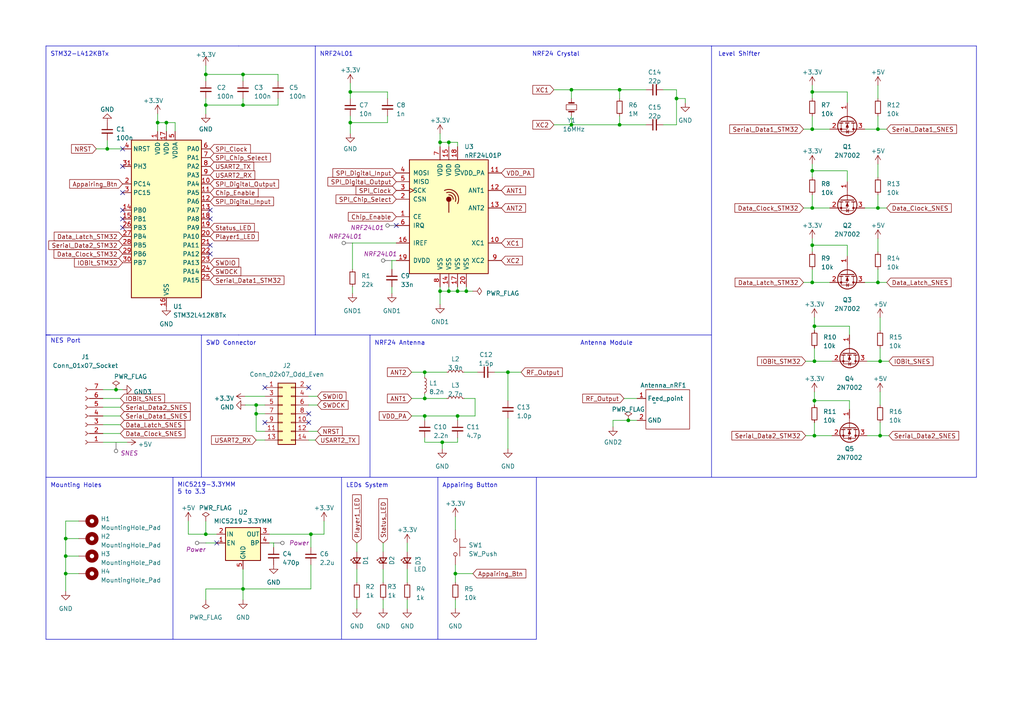
<source format=kicad_sch>
(kicad_sch (version 20230121) (generator eeschema)
  (paper "A4")
  (title_block (title "SNES Wireless Receiver (NRF24L01 Include)") (date "2023-04-17") (rev "2.0") (company "ENSEA"))
  (junction (at 165.735 26.035))
  (junction (at 236.22 126.365))
  (junction (at 19.05 166.37))
  (junction (at 33.655 113.03))
  (junction (at 130.175 84.455))
  (junction (at 130.175 41.275))
  (junction (at 147.32 107.95))
  (junction (at 236.22 104.775))
  (junction (at 127.635 84.455))
  (junction (at 254.635 60.325))
  (junction (at 127.635 41.275))
  (junction (at 235.585 81.915))
  (junction (at 59.69 21.59))
  (junction (at 70.485 170.815))
  (junction (at 236.22 116.205))
  (junction (at 90.17 154.94))
  (junction (at 179.705 36.195))
  (junction (at 123.19 115.57))
  (junction (at 59.69 154.94))
  (junction (at 45.72 35.56))
  (junction (at 235.585 71.12))
  (junction (at 255.27 126.365))
  (junction (at 123.19 120.65))
  (junction (at 70.485 30.48))
  (junction (at 196.215 28.575))
  (junction (at 19.05 161.29))
  (junction (at 235.585 60.325))
  (junction (at 254.635 81.915))
  (junction (at 254.635 37.465))
  (junction (at 132.08 166.37))
  (junction (at 70.485 21.59))
  (junction (at 59.69 30.48))
  (junction (at 74.295 120.015))
  (junction (at 182.245 121.92))
  (junction (at 101.6 35.56))
  (junction (at 74.295 117.475))
  (junction (at 19.05 156.21))
  (junction (at 135.255 84.455))
  (junction (at 179.705 26.035))
  (junction (at 132.715 84.455))
  (junction (at 123.19 107.95))
  (junction (at 235.585 49.53))
  (junction (at 132.715 120.65))
  (junction (at 235.585 37.465))
  (junction (at 255.27 104.775))
  (junction (at 235.585 26.67))
  (junction (at 236.22 94.615))
  (junction (at 165.735 36.195))
  (junction (at 31.115 43.18))
  (junction (at 101.6 26.67))
  (junction (at 128.27 128.27))
  (junction (at 48.26 35.56))
  (no_connect (at 35.56 55.88))
  (no_connect (at 89.535 120.015))
  (no_connect (at 76.835 122.555))
  (no_connect (at 89.535 112.395))
  (no_connect (at 60.96 71.12))
  (no_connect (at 35.56 66.04))
  (no_connect (at 62.865 157.48))
  (no_connect (at 35.56 48.26))
  (no_connect (at 35.56 63.5))
  (no_connect (at 114.935 65.405))
  (no_connect (at 76.835 112.395))
  (no_connect (at 60.96 60.96))
  (no_connect (at 89.535 122.555))
  (no_connect (at 35.56 60.96))
  (no_connect (at 60.96 63.5))
  (no_connect (at 60.96 73.66))
  (no_connect (at 35.56 43.18))
  (wire (pts (xy 101.6 35.56) (xy 101.6 33.655)))
  (wire (pts (xy 91.44 127.635) (xy 89.535 127.635)))
  (wire (pts (xy 255.27 104.775) (xy 255.27 100.965)))
  (polyline (pts (xy 283.21 138.43) (xy 206.375 138.43)))
  (polyline (pts (xy 127 185.42) (xy 155.575 185.42)))
  (wire (pts (xy 54.61 154.94) (xy 59.69 154.94)))
  (wire (pts (xy 92.075 117.475) (xy 89.535 117.475)))
  (wire (pts (xy 235.585 24.765) (xy 235.585 26.67)))
  (wire (pts (xy 198.755 28.575) (xy 198.755 29.845)))
  (wire (pts (xy 74.295 120.015) (xy 74.295 125.095)))
  (wire (pts (xy 29.845 113.03) (xy 33.655 113.03)))
  (wire (pts (xy 80.645 21.59) (xy 80.645 23.495)))
  (wire (pts (xy 70.485 21.59) (xy 80.645 21.59)))
  (wire (pts (xy 182.245 121.92) (xy 184.785 121.92)))
  (wire (pts (xy 196.215 36.195) (xy 196.215 28.575)))
  (polyline (pts (xy 58.42 138.43) (xy 107.315 138.43)))
  (wire (pts (xy 114.935 75.565) (xy 113.665 75.565)))
  (wire (pts (xy 128.27 128.27) (xy 132.715 128.27)))
  (wire (pts (xy 165.735 26.035) (xy 179.705 26.035)))
  (polyline (pts (xy 13.335 97.155) (xy 14.605 97.155)))
  (wire (pts (xy 235.585 78.105) (xy 235.585 81.915)))
  (wire (pts (xy 79.375 157.48) (xy 79.375 158.75)))
  (wire (pts (xy 103.505 165.1) (xy 103.505 168.91)))
  (wire (pts (xy 31.115 43.18) (xy 35.56 43.18)))
  (wire (pts (xy 70.485 30.48) (xy 80.645 30.48)))
  (polyline (pts (xy 99.06 138.43) (xy 99.06 185.42)))
  (wire (pts (xy 102.235 70.485) (xy 102.235 78.105)))
  (wire (pts (xy 29.845 123.19) (xy 34.925 123.19)))
  (wire (pts (xy 118.11 173.99) (xy 118.11 176.53)))
  (wire (pts (xy 235.585 60.325) (xy 240.665 60.325)))
  (wire (pts (xy 111.125 165.1) (xy 111.125 168.91)))
  (wire (pts (xy 128.27 128.27) (xy 128.27 130.175)))
  (wire (pts (xy 29.845 128.27) (xy 36.83 128.27)))
  (wire (pts (xy 71.12 114.935) (xy 76.835 114.935)))
  (wire (pts (xy 29.845 125.73) (xy 34.925 125.73)))
  (wire (pts (xy 130.175 84.455) (xy 130.175 83.185)))
  (wire (pts (xy 45.72 35.56) (xy 45.72 33.02)))
  (wire (pts (xy 236.22 104.775) (xy 241.3 104.775)))
  (wire (pts (xy 235.585 71.12) (xy 235.585 73.025)))
  (polyline (pts (xy 91.44 97.155) (xy 69.215 97.155)))
  (wire (pts (xy 50.8 38.1) (xy 50.8 35.56)))
  (wire (pts (xy 102.235 70.485) (xy 114.935 70.485)))
  (wire (pts (xy 74.295 120.015) (xy 76.835 120.015)))
  (wire (pts (xy 250.825 60.325) (xy 254.635 60.325)))
  (polyline (pts (xy 107.315 138.43) (xy 206.375 138.43)))
  (wire (pts (xy 255.27 104.775) (xy 257.81 104.775)))
  (wire (pts (xy 101.6 38.735) (xy 101.6 35.56)))
  (wire (pts (xy 236.22 94.615) (xy 246.38 94.615)))
  (wire (pts (xy 192.405 26.035) (xy 196.215 26.035)))
  (wire (pts (xy 132.715 42.545) (xy 132.715 41.275)))
  (wire (pts (xy 235.585 37.465) (xy 240.665 37.465)))
  (wire (pts (xy 90.17 163.83) (xy 90.17 170.815)))
  (wire (pts (xy 254.635 81.915) (xy 254.635 78.105)))
  (polyline (pts (xy 155.575 185.42) (xy 155.575 138.43)))
  (polyline (pts (xy 13.335 13.335) (xy 13.335 97.155)))
  (wire (pts (xy 59.69 154.94) (xy 62.865 154.94)))
  (wire (pts (xy 101.6 26.67) (xy 112.395 26.67)))
  (wire (pts (xy 92.075 125.095) (xy 89.535 125.095)))
  (wire (pts (xy 70.485 30.48) (xy 70.485 28.575)))
  (polyline (pts (xy 69.215 13.335) (xy 91.44 13.335)))
  (wire (pts (xy 74.295 127.635) (xy 76.835 127.635)))
  (wire (pts (xy 196.215 28.575) (xy 198.755 28.575)))
  (polyline (pts (xy 50.165 185.42) (xy 50.165 138.43)))
  (wire (pts (xy 137.795 120.65) (xy 137.795 115.57)))
  (polyline (pts (xy 127 185.42) (xy 127 138.43)))
  (wire (pts (xy 102.235 85.09) (xy 102.235 83.185)))
  (wire (pts (xy 245.745 29.845) (xy 245.745 26.67)))
  (wire (pts (xy 111.125 173.99) (xy 111.125 176.53)))
  (wire (pts (xy 123.19 114.3) (xy 123.19 115.57)))
  (wire (pts (xy 132.715 84.455) (xy 132.715 83.185)))
  (wire (pts (xy 59.69 21.59) (xy 70.485 21.59)))
  (polyline (pts (xy 206.375 13.335) (xy 206.375 138.43)))
  (wire (pts (xy 235.585 49.53) (xy 245.745 49.53)))
  (wire (pts (xy 235.585 69.215) (xy 235.585 71.12)))
  (wire (pts (xy 103.505 157.48) (xy 103.505 160.02)))
  (wire (pts (xy 92.075 114.935) (xy 89.535 114.935)))
  (wire (pts (xy 165.735 26.035) (xy 165.735 28.575)))
  (wire (pts (xy 255.27 92.075) (xy 255.27 95.885)))
  (wire (pts (xy 127.635 38.735) (xy 127.635 41.275)))
  (wire (pts (xy 235.585 71.12) (xy 245.745 71.12)))
  (wire (pts (xy 19.05 156.21) (xy 22.86 156.21)))
  (wire (pts (xy 255.27 113.665) (xy 255.27 117.475)))
  (wire (pts (xy 33.655 113.03) (xy 35.56 113.03)))
  (wire (pts (xy 165.735 36.195) (xy 179.705 36.195)))
  (wire (pts (xy 118.11 165.1) (xy 118.11 168.91)))
  (wire (pts (xy 180.975 115.57) (xy 184.785 115.57)))
  (wire (pts (xy 235.585 81.915) (xy 240.665 81.915)))
  (wire (pts (xy 74.295 125.095) (xy 76.835 125.095)))
  (wire (pts (xy 113.665 85.09) (xy 113.665 83.185)))
  (wire (pts (xy 111.125 157.48) (xy 111.125 160.02)))
  (wire (pts (xy 59.69 170.815) (xy 59.69 173.99)))
  (wire (pts (xy 127.635 42.545) (xy 127.635 41.275)))
  (wire (pts (xy 112.395 33.655) (xy 112.395 35.56)))
  (wire (pts (xy 254.635 24.765) (xy 254.635 28.575)))
  (wire (pts (xy 127.635 84.455) (xy 130.175 84.455)))
  (wire (pts (xy 254.635 37.465) (xy 257.175 37.465)))
  (wire (pts (xy 165.735 36.195) (xy 160.655 36.195)))
  (wire (pts (xy 251.46 126.365) (xy 255.27 126.365)))
  (wire (pts (xy 93.98 151.13) (xy 93.98 154.94)))
  (wire (pts (xy 236.22 94.615) (xy 236.22 95.885)))
  (wire (pts (xy 130.175 41.275) (xy 130.175 42.545)))
  (wire (pts (xy 254.635 81.915) (xy 257.175 81.915)))
  (wire (pts (xy 74.295 117.475) (xy 76.835 117.475)))
  (polyline (pts (xy 50.165 138.43) (xy 49.53 138.43)))
  (wire (pts (xy 254.635 37.465) (xy 254.635 33.655)))
  (wire (pts (xy 59.69 21.59) (xy 59.69 19.05)))
  (polyline (pts (xy 58.42 138.43) (xy 13.335 138.43)))
  (wire (pts (xy 103.505 173.99) (xy 103.505 176.53)))
  (wire (pts (xy 255.27 126.365) (xy 255.27 122.555)))
  (wire (pts (xy 147.32 107.95) (xy 147.32 116.205)))
  (wire (pts (xy 59.69 30.48) (xy 70.485 30.48)))
  (wire (pts (xy 236.22 116.205) (xy 246.38 116.205)))
  (wire (pts (xy 19.05 166.37) (xy 19.05 171.45)))
  (wire (pts (xy 123.19 120.65) (xy 132.715 120.65)))
  (wire (pts (xy 177.8 121.92) (xy 182.245 121.92)))
  (wire (pts (xy 29.845 118.11) (xy 34.925 118.11)))
  (wire (pts (xy 118.11 157.48) (xy 118.11 160.02)))
  (wire (pts (xy 236.22 113.665) (xy 236.22 116.205)))
  (wire (pts (xy 123.19 121.92) (xy 123.19 120.65)))
  (wire (pts (xy 135.255 84.455) (xy 135.255 83.185)))
  (wire (pts (xy 250.825 37.465) (xy 254.635 37.465)))
  (wire (pts (xy 132.715 41.275) (xy 130.175 41.275)))
  (wire (pts (xy 127.635 41.275) (xy 130.175 41.275)))
  (polyline (pts (xy 91.44 13.335) (xy 206.375 13.335)))
  (wire (pts (xy 236.22 92.075) (xy 236.22 94.615)))
  (wire (pts (xy 19.05 151.13) (xy 19.05 156.21)))
  (polyline (pts (xy 13.335 185.42) (xy 50.165 185.42)))
  (wire (pts (xy 19.05 161.29) (xy 19.05 166.37)))
  (wire (pts (xy 19.05 166.37) (xy 22.86 166.37)))
  (wire (pts (xy 134.62 107.95) (xy 138.43 107.95)))
  (wire (pts (xy 130.175 84.455) (xy 132.715 84.455)))
  (wire (pts (xy 254.635 60.325) (xy 257.175 60.325)))
  (polyline (pts (xy 58.42 97.155) (xy 58.42 138.43)))
  (wire (pts (xy 70.485 170.815) (xy 70.485 173.99)))
  (wire (pts (xy 132.08 173.99) (xy 132.08 176.53)))
  (wire (pts (xy 48.26 38.1) (xy 48.26 35.56)))
  (polyline (pts (xy 91.44 97.155) (xy 206.375 97.155)))
  (polyline (pts (xy 107.315 138.43) (xy 107.315 97.155)))
  (wire (pts (xy 235.585 33.655) (xy 235.585 37.465)))
  (wire (pts (xy 59.69 33.02) (xy 59.69 30.48)))
  (wire (pts (xy 70.485 165.1) (xy 70.485 170.815)))
  (wire (pts (xy 147.32 121.285) (xy 147.32 130.175)))
  (wire (pts (xy 132.715 120.65) (xy 137.795 120.65)))
  (wire (pts (xy 59.69 30.48) (xy 59.69 28.575)))
  (wire (pts (xy 177.8 121.92) (xy 177.8 123.825)))
  (wire (pts (xy 147.32 107.95) (xy 151.13 107.95)))
  (wire (pts (xy 246.38 118.745) (xy 246.38 116.205)))
  (wire (pts (xy 254.635 60.325) (xy 254.635 56.515)))
  (polyline (pts (xy 13.335 138.43) (xy 13.335 185.42)))
  (wire (pts (xy 59.69 157.48) (xy 62.865 157.48)))
  (polyline (pts (xy 133.35 226.695) (xy 230.505 226.695)))
  (wire (pts (xy 196.215 36.195) (xy 192.405 36.195)))
  (wire (pts (xy 233.045 60.325) (xy 235.585 60.325)))
  (wire (pts (xy 235.585 56.515) (xy 235.585 60.325)))
  (wire (pts (xy 119.38 115.57) (xy 123.19 115.57)))
  (wire (pts (xy 196.215 26.035) (xy 196.215 28.575)))
  (wire (pts (xy 137.16 84.455) (xy 135.255 84.455)))
  (wire (pts (xy 101.6 35.56) (xy 112.395 35.56)))
  (wire (pts (xy 127.635 84.455) (xy 127.635 88.265)))
  (polyline (pts (xy 283.21 13.335) (xy 283.21 138.43)))
  (wire (pts (xy 123.19 107.95) (xy 129.54 107.95)))
  (wire (pts (xy 54.61 151.13) (xy 54.61 154.94)))
  (wire (pts (xy 70.485 21.59) (xy 70.485 23.495)))
  (wire (pts (xy 233.68 104.775) (xy 236.22 104.775)))
  (wire (pts (xy 123.19 109.22) (xy 123.19 107.95)))
  (wire (pts (xy 22.86 151.13) (xy 19.05 151.13)))
  (wire (pts (xy 31.115 40.64) (xy 31.115 43.18)))
  (wire (pts (xy 127.635 83.185) (xy 127.635 84.455)))
  (wire (pts (xy 119.38 107.95) (xy 123.19 107.95)))
  (wire (pts (xy 70.485 170.815) (xy 90.17 170.815)))
  (wire (pts (xy 235.585 26.67) (xy 235.585 28.575)))
  (wire (pts (xy 74.295 117.475) (xy 74.295 120.015)))
  (wire (pts (xy 236.22 116.205) (xy 236.22 117.475)))
  (wire (pts (xy 132.08 166.37) (xy 132.08 168.91)))
  (wire (pts (xy 71.12 117.475) (xy 74.295 117.475)))
  (wire (pts (xy 101.6 28.575) (xy 101.6 26.67)))
  (wire (pts (xy 137.795 115.57) (xy 134.62 115.57)))
  (wire (pts (xy 255.27 126.365) (xy 257.81 126.365)))
  (wire (pts (xy 132.08 163.83) (xy 132.08 166.37)))
  (wire (pts (xy 113.665 75.565) (xy 113.665 78.105)))
  (polyline (pts (xy 206.375 13.335) (xy 283.21 13.335)))
  (wire (pts (xy 19.05 156.21) (xy 19.05 161.29)))
  (wire (pts (xy 59.69 21.59) (xy 59.69 23.495)))
  (wire (pts (xy 80.645 30.48) (xy 80.645 28.575)))
  (wire (pts (xy 236.22 122.555) (xy 236.22 126.365)))
  (wire (pts (xy 78.105 157.48) (xy 79.375 157.48)))
  (wire (pts (xy 235.585 26.67) (xy 245.745 26.67)))
  (polyline (pts (xy 50.165 185.42) (xy 99.06 185.42)))
  (wire (pts (xy 143.51 107.95) (xy 147.32 107.95)))
  (wire (pts (xy 245.745 52.705) (xy 245.745 49.53)))
  (wire (pts (xy 50.8 35.56) (xy 48.26 35.56)))
  (wire (pts (xy 78.105 154.94) (xy 90.17 154.94)))
  (wire (pts (xy 236.22 100.965) (xy 236.22 104.775)))
  (wire (pts (xy 59.69 151.13) (xy 59.69 154.94)))
  (wire (pts (xy 119.38 120.65) (xy 123.19 120.65)))
  (polyline (pts (xy 13.335 13.335) (xy 69.215 13.335)))
  (wire (pts (xy 45.72 35.56) (xy 45.72 38.1)))
  (wire (pts (xy 128.27 128.27) (xy 123.19 128.27)))
  (wire (pts (xy 93.98 154.94) (xy 90.17 154.94)))
  (wire (pts (xy 29.845 115.57) (xy 34.925 115.57)))
  (wire (pts (xy 236.22 126.365) (xy 241.3 126.365)))
  (wire (pts (xy 59.69 170.815) (xy 70.485 170.815)))
  (polyline (pts (xy 69.215 97.155) (xy 13.335 97.155)))
  (wire (pts (xy 132.715 121.92) (xy 132.715 120.65)))
  (wire (pts (xy 245.745 74.295) (xy 245.745 71.12)))
  (wire (pts (xy 19.05 161.29) (xy 22.86 161.29)))
  (wire (pts (xy 251.46 104.775) (xy 255.27 104.775)))
  (wire (pts (xy 179.705 26.035) (xy 179.705 28.575)))
  (polyline (pts (xy 13.335 138.43) (xy 13.335 97.155)))
  (wire (pts (xy 90.17 158.75) (xy 90.17 154.94)))
  (wire (pts (xy 129.54 115.57) (xy 123.19 115.57)))
  (wire (pts (xy 254.635 69.215) (xy 254.635 73.025)))
  (wire (pts (xy 250.825 81.915) (xy 254.635 81.915)))
  (wire (pts (xy 132.715 84.455) (xy 135.255 84.455)))
  (wire (pts (xy 179.705 36.195) (xy 187.325 36.195)))
  (wire (pts (xy 165.735 33.655) (xy 165.735 36.195)))
  (wire (pts (xy 179.705 36.195) (xy 179.705 33.655)))
  (polyline (pts (xy 99.06 185.42) (xy 127 185.42)))
  (wire (pts (xy 246.38 97.155) (xy 246.38 94.615)))
  (wire (pts (xy 233.045 37.465) (xy 235.585 37.465)))
  (wire (pts (xy 27.94 43.18) (xy 31.115 43.18)))
  (wire (pts (xy 123.19 128.27) (xy 123.19 127)))
  (wire (pts (xy 132.715 127) (xy 132.715 128.27)))
  (wire (pts (xy 29.845 120.65) (xy 34.925 120.65)))
  (wire (pts (xy 179.705 26.035) (xy 187.325 26.035)))
  (wire (pts (xy 254.635 47.625) (xy 254.635 51.435)))
  (wire (pts (xy 132.08 166.37) (xy 137.16 166.37)))
  (wire (pts (xy 101.6 24.13) (xy 101.6 26.67)))
  (wire (pts (xy 48.26 35.56) (xy 45.72 35.56)))
  (wire (pts (xy 160.655 26.035) (xy 165.735 26.035)))
  (wire (pts (xy 132.08 149.86) (xy 132.08 153.67)))
  (wire (pts (xy 235.585 49.53) (xy 235.585 51.435)))
  (wire (pts (xy 233.68 126.365) (xy 236.22 126.365)))
  (wire (pts (xy 235.585 47.625) (xy 235.585 49.53)))
  (wire (pts (xy 112.395 26.67) (xy 112.395 28.575)))
  (wire (pts (xy 233.045 81.915) (xy 235.585 81.915)))
  (polyline (pts (xy 91.44 13.335) (xy 91.44 97.155)))
  (text "Mounting Holes\n" (at 14.605 141.605 0) (effects (font (size 1.27 1.27)) (justify left bottom)))
  (text "NRF24 Antenna\n" (at 108.585 100.33 0) (effects (font (size 1.27 1.27)) (justify left bottom)))
  (text "Antenna Module\n" (at 168.275 100.33 0) (effects (font (size 1.27 1.27)) (justify left bottom)))
  (text "SWD Connector" (at 59.69 100.33 0) (effects (font (size 1.27 1.27)) (justify left bottom)))
  (text "NES Port\n" (at 14.605 99.695 0) (effects (font (size 1.27 1.27)) (justify left bottom)))
  (text "Appairing Button\n" (at 128.27 141.605 0) (effects (font (size 1.27 1.27)) (justify left bottom)))
  (text "LEDs System" (at 100.33 141.605 0) (effects (font (size 1.27 1.27)) (justify left bottom)))
  (text "STM32-L412KBTx\n" (at 14.605 16.51 0) (effects (font (size 1.27 1.27)) (justify left bottom)))
  (text "MIC5219-3.3YMM\n5 to 3.3\n" (at 51.435 143.51 0) (effects (font (size 1.27 1.27)) (justify left bottom)))
  (text "NRF24L01\n" (at 92.71 16.51 0) (effects (font (size 1.27 1.27)) (justify left bottom)))
  (text "NRF24 Crystal\n" (at 154.305 16.51 0) (effects (font (size 1.27 1.27)) (justify left bottom)))
  (text "Level Shifter\n" (at 208.28 16.51 0) (effects (font (size 1.27 1.27)) (justify left bottom)))
  (global_label "IOBit_SNES" (shape input) (at 34.925 115.57 0) (property "Intersheetrefs" "${INTERSHEET_REFS}" (effects hide)))
  (global_label "Appairing_Btn" (shape input) (at 35.56 53.34 180) (property "Intersheetrefs" "${INTERSHEET_REFS}" (effects hide)))
  (global_label "Chip_Enable" (shape input) (at 114.935 62.865 180) (property "Intersheetrefs" "${INTERSHEET_REFS}" (effects hide)))
  (global_label "SPI_Chip_Select" (shape input) (at 114.935 57.785 180) (property "Intersheetrefs" "${INTERSHEET_REFS}" (effects hide)))
  (global_label "ANT2" (shape input) (at 119.38 107.95 180) (property "Intersheetrefs" "${INTERSHEET_REFS}" (effects hide)))
  (global_label "Status_LED" (shape input) (at 60.96 66.04 0) (property "Intersheetrefs" "${INTERSHEET_REFS}" (effects hide)))
  (global_label "SPI_Digital_Input" (shape input) (at 60.96 58.42 0) (property "Intersheetrefs" "${INTERSHEET_REFS}" (effects hide)))
  (global_label "Serial_Data2_SNES" (shape input) (at 257.81 126.365 0) (property "Intersheetrefs" "${INTERSHEET_REFS}" (effects hide)))
  (global_label "Serial_Data1_STM32" (shape input) (at 233.045 37.465 180) (property "Intersheetrefs" "${INTERSHEET_REFS}" (effects hide)))
  (global_label "NRST" (shape input) (at 27.94 43.18 180) (property "Intersheetrefs" "${INTERSHEET_REFS}" (effects hide)))
  (global_label "XC1" (shape input) (at 160.655 26.035 180) (property "Intersheetrefs" "${INTERSHEET_REFS}" (effects hide)))
  (global_label "Player1_LED" (shape input) (at 60.96 68.58 0) (property "Intersheetrefs" "${INTERSHEET_REFS}" (effects hide)))
  (global_label "Data_Latch_SNES" (shape input) (at 34.925 123.19 0) (property "Intersheetrefs" "${INTERSHEET_REFS}" (effects hide)))
  (global_label "USART2_RX" (shape input) (at 60.96 50.8 0) (property "Intersheetrefs" "${INTERSHEET_REFS}" (effects hide)))
  (global_label "USART2_RX" (shape input) (at 74.295 127.635 180) (property "Intersheetrefs" "${INTERSHEET_REFS}" (effects hide)))
  (global_label "ANT1" (shape input) (at 119.38 115.57 180) (property "Intersheetrefs" "${INTERSHEET_REFS}" (effects hide)))
  (global_label "SPI_Clock" (shape input) (at 60.96 43.18 0) (property "Intersheetrefs" "${INTERSHEET_REFS}" (effects hide)))
  (global_label "SWDIO" (shape input) (at 60.96 76.2 0) (property "Intersheetrefs" "${INTERSHEET_REFS}" (effects hide)))
  (global_label "Data_Clock_STM32" (shape input) (at 233.045 60.325 180) (property "Intersheetrefs" "${INTERSHEET_REFS}" (effects hide)))
  (global_label "NRST" (shape input) (at 92.075 125.095 0) (property "Intersheetrefs" "${INTERSHEET_REFS}" (effects hide)))
  (global_label "Data_Latch_SNES" (shape input) (at 257.175 81.915 0) (property "Intersheetrefs" "${INTERSHEET_REFS}" (effects hide)))
  (global_label "SPI_Digital_Input" (shape input) (at 114.935 50.165 180) (property "Intersheetrefs" "${INTERSHEET_REFS}" (effects hide)))
  (global_label "ANT2" (shape input) (at 145.415 60.325 0) (property "Intersheetrefs" "${INTERSHEET_REFS}" (effects hide)))
  (global_label "ANT1" (shape input) (at 145.415 55.245 0) (property "Intersheetrefs" "${INTERSHEET_REFS}" (effects hide)))
  (global_label "SPI_Chip_Select" (shape input) (at 60.96 45.72 0) (property "Intersheetrefs" "${INTERSHEET_REFS}" (effects hide)))
  (global_label "SPI_Digital_Output" (shape input) (at 114.935 52.705 180) (property "Intersheetrefs" "${INTERSHEET_REFS}" (effects hide)))
  (global_label "Serial_Data1_SNES" (shape input) (at 34.925 120.65 0) (property "Intersheetrefs" "${INTERSHEET_REFS}" (effects hide)))
  (global_label "Serial_Data2_SNES" (shape input) (at 34.925 118.11 0) (property "Intersheetrefs" "${INTERSHEET_REFS}" (effects hide)))
  (global_label "SWDCK" (shape input) (at 60.96 78.74 0) (property "Intersheetrefs" "${INTERSHEET_REFS}" (effects hide)))
  (global_label "XC1" (shape input) (at 145.415 70.485 0) (property "Intersheetrefs" "${INTERSHEET_REFS}" (effects hide)))
  (global_label "Status_LED" (shape input) (at 111.125 157.48 90) (property "Intersheetrefs" "${INTERSHEET_REFS}" (effects hide)))
  (global_label "Chip_Enable" (shape input) (at 60.96 55.88 0) (property "Intersheetrefs" "${INTERSHEET_REFS}" (effects hide)))
  (global_label "Player1_LED" (shape input) (at 103.505 157.48 90) (property "Intersheetrefs" "${INTERSHEET_REFS}" (effects hide)))
  (global_label "Serial_Data2_STM32" (shape input) (at 233.68 126.365 180) (property "Intersheetrefs" "${INTERSHEET_REFS}" (effects hide)))
  (global_label "Serial_Data1_SNES" (shape input) (at 257.175 37.465 0) (property "Intersheetrefs" "${INTERSHEET_REFS}" (effects hide)))
  (global_label "Data_Clock_SNES" (shape input) (at 257.175 60.325 0) (property "Intersheetrefs" "${INTERSHEET_REFS}" (effects hide)))
  (global_label "Serial_Data2_STM32" (shape input) (at 35.56 71.12 180) (property "Intersheetrefs" "${INTERSHEET_REFS}" (effects hide)))
  (global_label "RF_Output" (shape input) (at 180.975 115.57 180) (property "Intersheetrefs" "${INTERSHEET_REFS}" (effects hide)))
  (global_label "Appairing_Btn" (shape input) (at 137.16 166.37 0) (property "Intersheetrefs" "${INTERSHEET_REFS}" (effects hide)))
  (global_label "IOBit_SNES" (shape input) (at 257.81 104.775 0) (property "Intersheetrefs" "${INTERSHEET_REFS}" (effects hide)))
  (global_label "Data_Latch_STM32" (shape input) (at 233.045 81.915 180) (property "Intersheetrefs" "${INTERSHEET_REFS}" (effects hide)))
  (global_label "Data_Clock_STM32" (shape input) (at 35.56 73.66 180) (property "Intersheetrefs" "${INTERSHEET_REFS}" (effects hide)))
  (global_label "XC2" (shape input) (at 145.415 75.565 0) (property "Intersheetrefs" "${INTERSHEET_REFS}" (effects hide)))
  (global_label "Data_Clock_SNES" (shape input) (at 34.925 125.73 0) (property "Intersheetrefs" "${INTERSHEET_REFS}" (effects hide)))
  (global_label "VDD_PA" (shape input) (at 119.38 120.65 180) (property "Intersheetrefs" "${INTERSHEET_REFS}" (effects hide)))
  (global_label "RF_Output" (shape input) (at 151.13 107.95 0) (property "Intersheetrefs" "${INTERSHEET_REFS}" (effects hide)))
  (global_label "USART2_TX" (shape input) (at 91.44 127.635 0) (property "Intersheetrefs" "${INTERSHEET_REFS}" (effects hide)))
  (global_label "Data_Latch_STM32" (shape input) (at 35.56 68.58 180) (property "Intersheetrefs" "${INTERSHEET_REFS}" (effects hide)))
  (global_label "SWDCK" (shape input) (at 92.075 117.475 0) (property "Intersheetrefs" "${INTERSHEET_REFS}" (effects hide)))
  (global_label "SPI_Digital_Output" (shape input) (at 60.96 53.34 0) (property "Intersheetrefs" "${INTERSHEET_REFS}" (effects hide)))
  (global_label "IOBit_STM32" (shape input) (at 35.56 76.2 180) (property "Intersheetrefs" "${INTERSHEET_REFS}" (effects hide)))
  (global_label "VDD_PA" (shape input) (at 145.415 50.165 0) (property "Intersheetrefs" "${INTERSHEET_REFS}" (effects hide)))
  (global_label "Serial_Data1_STM32" (shape input) (at 60.96 81.28 0) (property "Intersheetrefs" "${INTERSHEET_REFS}" (effects hide)))
  (global_label "XC2" (shape input) (at 160.655 36.195 180) (property "Intersheetrefs" "${INTERSHEET_REFS}" (effects hide)))
  (global_label "USART2_TX" (shape input) (at 60.96 48.26 0) (property "Intersheetrefs" "${INTERSHEET_REFS}" (effects hide)))
  (global_label "IOBit_STM32" (shape input) (at 233.68 104.775 180) (property "Intersheetrefs" "${INTERSHEET_REFS}" (effects hide)))
  (global_label "SWDIO" (shape input) (at 92.075 114.935 0) (property "Intersheetrefs" "${INTERSHEET_REFS}" (effects hide)))
  (global_label "SPI_Clock" (shape input) (at 114.935 55.245 180) (property "Intersheetrefs" "${INTERSHEET_REFS}" (effects hide)))
  (netclass_flag "" (length 2.54) (shape round) (at 114.935 65.405 90) (property "Netclass" "NRF24L01" (at 101.6 66.04 0) (effects (font italic) (justify left))))
  (netclass_flag "" (length 2.54) (shape round) (at 79.375 157.48 270) (property "Netclass" "Power" (at 83.82 157.48 0) (effects (font italic) (justify left))))
  (netclass_flag "" (length 2.54) (shape round) (at 59.69 157.48 90) (property "Netclass" "Power" (at 59.69 159.385 0) (effects (font italic) (justify right))))
  (netclass_flag "" (length 2.54) (shape round) (at 102.235 70.485 90) (property "Netclass" "NRF24L01" (at 95.25 68.58 0) (effects (font italic) (justify left))))
  (netclass_flag "" (length 2.54) (shape round) (at 33.655 128.27 180) (property "Netclass" "SNES" (at 40.005 131.445 0) (effects (font italic) (justify right))))
  (netclass_flag "" (length 2.54) (shape round) (at 113.665 75.565 90) (property "Netclass" "NRF24L01" (at 105.41 73.66 0) (effects (font italic) (justify left))))
  (symbol (lib_id "power:GND") (at 198.755 29.845 0) (unit 1)
    (property "Reference" "#PWR030" (effects hide))
    (property "Value" "GND" (at 198.755 34.925 0))
  )
  (symbol (lib_id "power:+5V") (at 254.635 24.765 0) (unit 1)
    (property "Reference" "#PWR036" (effects hide))
    (property "Value" "+5V" (at 254.635 20.955 0))
  )
  (symbol (lib_id "power:GND") (at 101.6 38.735 0) (unit 1)
    (property "Reference" "#PWR016" (effects hide))
    (property "Value" "GND" (at 101.6 43.18 0))
  )
  (symbol (lib_id "power:+3.3V") (at 235.585 69.215 0) (unit 1)
    (property "Reference" "#PWR033" (effects hide))
    (property "Value" "+3.3V" (at 235.585 65.405 0))
  )
  (symbol (lib_id "Device:L_Small") (at 123.19 111.76 0) (unit 1)
    (property "Reference" "L1" (at 124.46 111.125 0) (effects (justify left)))
    (property "Value" "8.2n" (at 124.46 113.665 0) (effects (justify left)))
    (property "Footprint" "Inductor_SMD:L_0805_2012Metric_Pad1.05x1.20mm_HandSolder" (effects hide))
  )
  (symbol (lib_id "Mechanical:MountingHole_Pad") (at 25.4 161.29 270) (unit 1)
    (property "Reference" "H3" (at 29.21 160.655 90) (effects (justify left)))
    (property "Value" "MountingHole_Pad" (at 29.21 163.195 90) (effects (justify left)))
    (property "Footprint" "MountingHole:MountingHole_3.2mm_M3_DIN965_Pad" (effects hide))
  )
  (symbol (lib_id "power:+3.3V") (at 71.12 114.935 90) (unit 1)
    (property "Reference" "#PWR011" (effects hide))
    (property "Value" "+3.3V" (at 67.945 115.57 90) (effects (justify left)))
  )
  (symbol (lib_id "power:GND2") (at 177.8 123.825 0) (unit 1)
    (property "Reference" "#PWR029" (effects hide))
    (property "Value" "GND_Antenna" (at 177.8 128.27 0))
  )
  (symbol (lib_id "Device:C_Small") (at 112.395 31.115 0) (unit 1)
    (property "Reference" "C8" (at 114.935 30.4863 0) (effects (justify left)))
    (property "Value" "1n" (at 114.935 33.0263 0) (effects (justify left)))
    (property "Footprint" "Capacitor_SMD:C_0603_1608Metric_Pad1.08x0.95mm_HandSolder" (effects hide))
  )
  (symbol (lib_id "Device:LED_Small") (at 103.505 162.56 90) (unit 1)
    (property "Reference" "D1" (at 106.045 162.56 0))
    (property "Value" "LED_Small" (effects hide))
    (property "Footprint" "Diode_SMD:D_0603_1608Metric_Pad1.05x0.95mm_HandSolder" (effects hide))
  )
  (symbol (lib_id "Connector:Conn_01x07_Socket") (at 24.765 120.65 180) (unit 1)
    (property "Reference" "J1" (at 24.765 103.505 0))
    (property "Value" "Conn_01x07_Socket" (at 24.765 106.045 0))
    (property "Footprint" "Connector_JST:JST_EH_B7B-EH-A_1x07_P2.50mm_Vertical" (effects hide))
  )
  (symbol (lib_id "RF:nRF24L01P") (at 130.175 62.865 0) (unit 1)
    (property "Reference" "U3" (at 134.6709 42.545 0) (effects (justify left)))
    (property "Value" "nRF24L01P" (at 134.6709 45.085 0) (effects (justify left)))
    (property "Footprint" "Package_DFN_QFN:QFN-20-1EP_4x4mm_P0.5mm_EP2.5x2.5mm" (effects hide))
    (property "Datasheet" "http://www.nordicsemi.com/eng/content/download/2726/34069/file/nRF24L01P_Product_Specification_1_0.pdf" (effects hide))
  )
  (symbol (lib_id "power:GND1") (at 102.235 85.09 0) (unit 1)
    (property "Reference" "#PWR017" (effects hide))
    (property "Value" "GND_NRF24" (at 102.235 90.17 0))
  )
  (symbol (lib_id "Antenna_nRF24_2_4GHz:Antenna_nRF_2_4GHz") (at 193.675 119.38 0) (unit 1)
    (property "Reference" "Antenna_nRF1" (at 192.405 111.76 0))
    (property "Value" "~" (at 189.865 116.84 0))
    (property "Footprint" "RF_Antenna:Texas_SWRA117D_2.4GHz_Right" (effects hide))
    (property "Datasheet" "https://www.ti.com/lit/an/swra117d/swra117d.pdf" (effects hide))
  )
  (symbol (lib_id "Device:LED_Small") (at 118.11 162.56 90) (unit 1)
    (property "Reference" "D3" (at 121.285 161.29 0) (effects (justify right)))
    (property "Value" "LED" (at 120.015 165.1 90) (effects (justify right)))
    (property "Footprint" "Diode_SMD:D_0603_1608Metric_Pad1.05x0.95mm_HandSolder" (effects hide))
  )
  (symbol (lib_id "Regulator_Linear:MIC5219-3.3YMM") (at 70.485 157.48 0) (unit 1)
    (property "Reference" "U2" (at 70.485 148.59 0))
    (property "Value" "MIC5219-3.3YMM" (at 70.485 151.13 0))
    (property "Footprint" "Package_SO:MSOP-8_3x3mm_P0.65mm" (effects hide))
    (property "Datasheet" "http://ww1.microchip.com/downloads/en/DeviceDoc/MIC5219-500mA-Peak-Output-LDO-Regulator-DS20006021A.pdf" (effects hide))
  )
  (symbol (lib_id "power:GND") (at 48.26 88.9 0) (unit 1)
    (property "Reference" "#PWR06" (effects hide))
    (property "Value" "GND" (at 48.26 93.98 0))
  )
  (symbol (lib_id "Switch:SW_Push") (at 132.08 158.75 270) (unit 1)
    (property "Reference" "SW1" (at 135.89 158.115 90) (effects (justify left)))
    (property "Value" "SW_Push" (at 135.89 160.655 90) (effects (justify left)))
    (property "Footprint" "Button_Switch_SMD:SW_MEC_5GSH9" (effects hide))
  )
  (symbol (lib_id "Device:C_Small") (at 70.485 26.035 0) (unit 1)
    (property "Reference" "C3" (at 73.66 25.4 0) (effects (justify left)))
    (property "Value" "100n" (at 73.66 27.94 0) (effects (justify left)))
    (property "Footprint" "Capacitor_SMD:C_0603_1608Metric_Pad1.08x0.95mm_HandSolder" (effects hide))
  )
  (symbol (lib_id "Transistor_FET:2N7002") (at 246.38 123.825 270) (unit 1)
    (property "Reference" "Q5" (at 246.38 130.175 90))
    (property "Value" "2N7002" (at 246.38 132.715 90))
    (property "Footprint" "Package_TO_SOT_SMD:SOT-23" (effects hide))
    (property "Datasheet" "https://www.onsemi.com/pub/Collateral/NDS7002A-D.PDF" (effects hide))
  )
  (symbol (lib_id "Device:L_Small") (at 132.08 115.57 90) (unit 1)
    (property "Reference" "L3" (at 132.08 111.76 90))
    (property "Value" "2.7n" (at 132.08 114.3 90))
    (property "Footprint" "Inductor_SMD:L_0805_2012Metric_Pad1.05x1.20mm_HandSolder" (effects hide))
  )
  (symbol (lib_id "Device:R_Small") (at 236.22 98.425 0) (unit 1)
    (property "Reference" "R10" (at 238.76 97.79 0) (effects (justify left)))
    (property "Value" "10k" (at 238.76 100.33 0) (effects (justify left)))
    (property "Footprint" "Resistor_SMD:R_0603_1608Metric_Pad0.98x0.95mm_HandSolder" (effects hide))
  )
  (symbol (lib_id "Device:C_Small") (at 132.715 124.46 0) (unit 1)
    (property "Reference" "C11" (at 135.255 123.8313 0) (effects (justify left)))
    (property "Value" "4.7p" (at 135.255 126.3713 0) (effects (justify left)))
    (property "Footprint" "Capacitor_SMD:C_0603_1608Metric_Pad1.08x0.95mm_HandSolder" (effects hide))
  )
  (symbol (lib_id "Device:R_Small") (at 132.08 171.45 0) (unit 1)
    (property "Reference" "R5" (at 134.62 170.815 0) (effects (justify left)))
    (property "Value" "10k" (at 134.62 173.355 0) (effects (justify left)))
    (property "Footprint" "Resistor_SMD:R_0603_1608Metric_Pad0.98x0.95mm_HandSolder" (effects hide))
  )
  (symbol (lib_id "Device:L_Small") (at 132.08 107.95 90) (unit 1)
    (property "Reference" "L2" (at 132.08 104.14 90))
    (property "Value" "3.9n" (at 132.08 106.68 90))
    (property "Footprint" "Inductor_SMD:L_0805_2012Metric_Pad1.05x1.20mm_HandSolder" (effects hide))
  )
  (symbol (lib_id "power:+3.3V") (at 101.6 24.13 0) (unit 1)
    (property "Reference" "#PWR015" (effects hide))
    (property "Value" "+3.3V" (at 101.6 20.32 0))
  )
  (symbol (lib_id "power:PWR_FLAG") (at 33.655 113.03 0) (unit 1)
    (property "Reference" "#FLG01" (effects hide))
    (property "Value" "PWR_FLAG" (at 33.02 109.22 0) (effects (justify left)))
  )
  (symbol (lib_id "Device:R_Small") (at 236.22 120.015 0) (unit 1)
    (property "Reference" "R11" (at 238.76 119.38 0) (effects (justify left)))
    (property "Value" "10k" (at 238.76 121.92 0) (effects (justify left)))
    (property "Footprint" "Resistor_SMD:R_0603_1608Metric_Pad0.98x0.95mm_HandSolder" (effects hide))
  )
  (symbol (lib_id "Transistor_FET:2N7002") (at 245.745 79.375 270) (unit 1)
    (property "Reference" "Q3" (at 245.745 86.995 90))
    (property "Value" "2N7002" (at 245.745 89.535 90))
    (property "Footprint" "Package_TO_SOT_SMD:SOT-23" (effects hide))
    (property "Datasheet" "https://www.onsemi.com/pub/Collateral/NDS7002A-D.PDF" (effects hide))
  )
  (symbol (lib_id "Device:R_Small") (at 118.11 171.45 0) (unit 1)
    (property "Reference" "R4" (at 120.65 170.815 0) (effects (justify left)))
    (property "Value" "1k" (at 120.65 173.355 0) (effects (justify left)))
    (property "Footprint" "Resistor_SMD:R_0603_1608Metric_Pad0.98x0.95mm_HandSolder" (effects hide))
  )
  (symbol (lib_id "Transistor_FET:2N7002") (at 245.745 34.925 270) (unit 1)
    (property "Reference" "Q1" (at 245.745 42.545 90))
    (property "Value" "2N7002" (at 245.745 45.085 90))
    (property "Footprint" "Package_TO_SOT_SMD:SOT-23" (effects hide))
    (property "Datasheet" "https://www.onsemi.com/pub/Collateral/NDS7002A-D.PDF" (effects hide))
  )
  (symbol (lib_id "Device:Crystal_Small") (at 165.735 31.115 90) (unit 1)
    (property "Reference" "Y1" (at 164.465 34.925 90) (effects (justify right)))
    (property "Value" "16MHz" (at 163.195 37.465 90) (effects (justify right)))
    (property "Footprint" "Crystal:Crystal_SMD_HC49-SD_HandSoldering" (effects hide))
  )
  (symbol (lib_id "Device:C_Small") (at 90.17 161.29 0) (unit 1)
    (property "Reference" "C6" (at 92.71 160.6613 0) (effects (justify left)))
    (property "Value" "2.2u" (at 92.71 163.2013 0) (effects (justify left)))
    (property "Footprint" "Capacitor_SMD:C_0603_1608Metric_Pad1.08x0.95mm_HandSolder" (effects hide))
  )
  (symbol (lib_id "Device:C_Small") (at 80.645 26.035 0) (unit 1)
    (property "Reference" "C5" (at 83.82 25.4 0) (effects (justify left)))
    (property "Value" "100n" (at 83.82 27.94 0) (effects (justify left)))
    (property "Footprint" "Capacitor_SMD:C_0603_1608Metric_Pad1.08x0.95mm_HandSolder" (effects hide))
  )
  (symbol (lib_id "Device:R_Small") (at 255.27 98.425 0) (unit 1)
    (property "Reference" "R15" (at 257.81 97.79 0) (effects (justify left)))
    (property "Value" "10k" (at 257.81 100.33 0) (effects (justify left)))
    (property "Footprint" "Resistor_SMD:R_0603_1608Metric_Pad0.98x0.95mm_HandSolder" (effects hide))
  )
  (symbol (lib_id "power:+5V") (at 36.83 128.27 270) (unit 1)
    (property "Reference" "#PWR04" (effects hide))
    (property "Value" "+5V_SNES" (at 40.005 128.905 90) (effects (justify left)))
  )
  (symbol (lib_id "power:+3.3V") (at 127.635 38.735 0) (unit 1)
    (property "Reference" "#PWR023" (effects hide))
    (property "Value" "+3.3V" (at 127.635 34.925 0))
  )
  (symbol (lib_id "Device:C_Small") (at 189.865 26.035 90) (unit 1)
    (property "Reference" "C14" (at 189.8713 20.955 90))
    (property "Value" "22p" (at 189.8713 23.495 90))
    (property "Footprint" "Capacitor_SMD:C_0603_1608Metric_Pad1.08x0.95mm_HandSolder" (effects hide))
  )
  (symbol (lib_id "Mechanical:MountingHole_Pad") (at 25.4 166.37 270) (unit 1)
    (property "Reference" "H4" (at 29.21 165.735 90) (effects (justify left)))
    (property "Value" "MountingHole_Pad" (at 29.21 168.275 90) (effects (justify left)))
    (property "Footprint" "MountingHole:MountingHole_3.2mm_M3_DIN965_Pad" (effects hide))
  )
  (symbol (lib_id "MCU_ST_STM32L4:STM32L412KBTx") (at 48.26 63.5 0) (unit 1)
    (property "Reference" "U1" (at 50.2159 88.9 0) (effects (justify left)))
    (property "Value" "STM32L412KBTx" (at 50.2159 91.44 0) (effects (justify left)))
    (property "Footprint" "Package_QFP:LQFP-32_7x7mm_P0.8mm" (effects hide))
    (property "Datasheet" "https://www.st.com/resource/en/datasheet/stm32l412kb.pdf" (effects hide))
  )
  (symbol (lib_id "power:GND") (at 70.485 173.99 0) (unit 1)
    (property "Reference" "#PWR010" (effects hide))
    (property "Value" "GND" (at 70.485 179.07 0))
  )
  (symbol (lib_id "Mechanical:MountingHole_Pad") (at 25.4 156.21 270) (unit 1)
    (property "Reference" "H2" (at 29.21 155.575 90) (effects (justify left)))
    (property "Value" "MountingHole_Pad" (at 29.21 158.115 90) (effects (justify left)))
    (property "Footprint" "MountingHole:MountingHole_3.2mm_M3_DIN965_Pad" (effects hide))
  )
  (symbol (lib_id "power:+5V") (at 255.27 92.075 0) (unit 1)
    (property "Reference" "#PWR039" (effects hide))
    (property "Value" "+5V" (at 255.27 88.265 0))
  )
  (symbol (lib_id "Device:R_Small") (at 235.585 75.565 0) (unit 1)
    (property "Reference" "R9" (at 238.125 74.93 0) (effects (justify left)))
    (property "Value" "10k" (at 238.125 77.47 0) (effects (justify left)))
    (property "Footprint" "Resistor_SMD:R_0603_1608Metric_Pad0.98x0.95mm_HandSolder" (effects hide))
  )
  (symbol (lib_id "power:+3.3V") (at 93.98 151.13 0) (unit 1)
    (property "Reference" "#PWR014" (effects hide))
    (property "Value" "+3.3V" (at 93.98 147.32 0))
  )
  (symbol (lib_id "Device:C_Small") (at 113.665 80.645 0) (unit 1)
    (property "Reference" "C9" (at 116.205 80.0163 0) (effects (justify left)))
    (property "Value" "33n" (at 116.205 82.5563 0) (effects (justify left)))
    (property "Footprint" "Capacitor_SMD:C_0603_1608Metric_Pad1.08x0.95mm_HandSolder" (effects hide))
  )
  (symbol (lib_id "power:+5V") (at 254.635 47.625 0) (unit 1)
    (property "Reference" "#PWR037" (effects hide))
    (property "Value" "+5V" (at 254.635 43.815 0))
  )
  (symbol (lib_id "Device:R_Small") (at 102.235 80.645 0) (unit 1)
    (property "Reference" "R1" (at 104.775 80.01 0) (effects (justify left)))
    (property "Value" "22k" (at 104.775 82.55 0) (effects (justify left)))
    (property "Footprint" "Resistor_SMD:R_0603_1608Metric_Pad0.98x0.95mm_HandSolder" (effects hide))
  )
  (symbol (lib_id "power:GND") (at 31.115 35.56 180) (unit 1)
    (property "Reference" "#PWR02" (effects hide))
    (property "Value" "GND" (at 31.115 31.75 0))
  )
  (symbol (lib_id "power:+5V") (at 254.635 69.215 0) (unit 1)
    (property "Reference" "#PWR038" (effects hide))
    (property "Value" "+5V" (at 254.635 65.405 0))
  )
  (symbol (lib_id "Device:R_Small") (at 235.585 53.975 0) (unit 1)
    (property "Reference" "R8" (at 238.125 53.34 0) (effects (justify left)))
    (property "Value" "10k" (at 238.125 55.88 0) (effects (justify left)))
    (property "Footprint" "Resistor_SMD:R_0603_1608Metric_Pad0.98x0.95mm_HandSolder" (effects hide))
  )
  (symbol (lib_id "Device:C_Small") (at 79.375 161.29 0) (unit 1)
    (property "Reference" "C4" (at 81.915 160.6613 0) (effects (justify left)))
    (property "Value" "470p" (at 81.915 163.2013 0) (effects (justify left)))
    (property "Footprint" "Capacitor_SMD:C_0603_1608Metric_Pad1.08x0.95mm_HandSolder" (effects hide))
  )
  (symbol (lib_id "power:GND") (at 128.27 130.175 0) (unit 1)
    (property "Reference" "#PWR025" (effects hide))
    (property "Value" "GND" (at 128.27 135.255 0))
  )
  (symbol (lib_id "Device:C_Small") (at 31.115 38.1 0) (unit 1)
    (property "Reference" "C1" (at 33.655 37.4713 0) (effects (justify left)))
    (property "Value" "100n" (at 33.655 40.0113 0) (effects (justify left)))
    (property "Footprint" "Capacitor_SMD:C_0603_1608Metric_Pad1.08x0.95mm_HandSolder" (effects hide))
  )
  (symbol (lib_id "power:+3.3V") (at 132.08 149.86 0) (unit 1)
    (property "Reference" "#PWR026" (effects hide))
    (property "Value" "+3.3V" (at 132.08 146.05 0))
  )
  (symbol (lib_id "power:GND") (at 19.05 171.45 0) (unit 1)
    (property "Reference" "#PWR01" (effects hide))
    (property "Value" "GND" (at 19.05 176.53 0))
  )
  (symbol (lib_id "power:PWR_FLAG") (at 59.69 151.13 0) (unit 1)
    (property "Reference" "#FLG02" (effects hide))
    (property "Value" "PWR_FLAG" (at 67.31 147.32 0) (effects (justify right)))
  )
  (symbol (lib_id "power:GND3") (at 35.56 113.03 90) (unit 1)
    (property "Reference" "#PWR03" (effects hide))
    (property "Value" "GND_SNES" (at 38.735 113.665 90) (effects (justify right)))
  )
  (symbol (lib_id "Device:R_Small") (at 235.585 31.115 0) (unit 1)
    (property "Reference" "R7" (at 238.125 30.48 0) (effects (justify left)))
    (property "Value" "10k" (at 238.125 33.02 0) (effects (justify left)))
    (property "Footprint" "Resistor_SMD:R_0603_1608Metric_Pad0.98x0.95mm_HandSolder" (effects hide))
  )
  (symbol (lib_id "power:+3.3V") (at 235.585 47.625 0) (unit 1)
    (property "Reference" "#PWR032" (effects hide))
    (property "Value" "+3.3V" (at 235.585 43.815 0))
  )
  (symbol (lib_id "power:PWR_FLAG") (at 182.245 121.92 0) (unit 1)
    (property "Reference" "#FLG05" (effects hide))
    (property "Value" "PWR_FLAG" (at 182.245 118.745 0))
  )
  (symbol (lib_id "power:GND") (at 59.69 33.02 0) (unit 1)
    (property "Reference" "#PWR09" (effects hide))
    (property "Value" "GND" (at 59.69 37.465 0))
  )
  (symbol (lib_id "power:+3.3V") (at 59.69 19.05 0) (unit 1)
    (property "Reference" "#PWR08" (effects hide))
    (property "Value" "+3.3V" (at 59.69 15.875 0))
  )
  (symbol (lib_id "power:GND") (at 147.32 130.175 0) (unit 1)
    (property "Reference" "#PWR028" (effects hide))
    (property "Value" "GND" (at 147.32 135.255 0))
  )
  (symbol (lib_id "Device:C_Small") (at 59.69 26.035 0) (unit 1)
    (property "Reference" "C2" (at 62.865 25.4 0) (effects (justify left)))
    (property "Value" "100n" (at 62.865 27.94 0) (effects (justify left)))
    (property "Footprint" "Capacitor_SMD:C_0603_1608Metric_Pad1.08x0.95mm_HandSolder" (effects hide))
  )
  (symbol (lib_id "Device:R_Small") (at 111.125 171.45 0) (unit 1)
    (property "Reference" "R3" (at 113.665 170.18 0))
    (property "Value" "1k" (at 113.665 172.72 0))
    (property "Footprint" "Resistor_SMD:R_0603_1608Metric_Pad0.98x0.95mm_HandSolder" (effects hide))
  )
  (symbol (lib_id "Device:C_Small") (at 123.19 124.46 0) (unit 1)
    (property "Reference" "C10" (at 125.73 123.8313 0) (effects (justify left)))
    (property "Value" "2.2n" (at 125.73 126.3713 0) (effects (justify left)))
    (property "Footprint" "Capacitor_SMD:C_0603_1608Metric_Pad1.08x0.95mm_HandSolder" (effects hide))
  )
  (symbol (lib_id "Device:C_Small") (at 189.865 36.195 90) (unit 1)
    (property "Reference" "C15" (at 189.8713 31.115 90))
    (property "Value" "22p" (at 189.8713 33.655 90))
    (property "Footprint" "Capacitor_SMD:C_0603_1608Metric_Pad1.08x0.95mm_HandSolder" (effects hide))
  )
  (symbol (lib_id "Device:R_Small") (at 103.505 171.45 0) (unit 1)
    (property "Reference" "R2" (at 107.315 170.18 0))
    (property "Value" "1k" (at 107.315 172.72 0))
    (property "Footprint" "Resistor_SMD:R_0603_1608Metric_Pad0.98x0.95mm_HandSolder" (effects hide))
  )
  (symbol (lib_id "power:GND") (at 79.375 163.83 0) (unit 1)
    (property "Reference" "#PWR013" (effects hide))
    (property "Value" "GND" (at 79.375 168.91 0))
  )
  (symbol (lib_id "Device:C_Small") (at 140.97 107.95 270) (unit 1)
    (property "Reference" "C12" (at 140.9636 102.87 90))
    (property "Value" "1.5p" (at 140.9636 105.41 90))
    (property "Footprint" "Capacitor_SMD:C_0603_1608Metric_Pad1.08x0.95mm_HandSolder" (effects hide))
  )
  (symbol (lib_id "power:+3.3V") (at 45.72 33.02 0) (unit 1)
    (property "Reference" "#PWR05" (effects hide))
    (property "Value" "+3.3V" (at 44.45 29.21 0))
  )
  (symbol (lib_id "Device:C_Small") (at 147.32 118.745 180) (unit 1)
    (property "Reference" "C13" (at 149.86 118.1036 0) (effects (justify right)))
    (property "Value" "1.0p" (at 149.86 120.6436 0) (effects (justify right)))
    (property "Footprint" "Capacitor_SMD:C_0603_1608Metric_Pad1.08x0.95mm_HandSolder" (effects hide))
  )
  (symbol (lib_id "power:+3.3V") (at 236.22 92.075 0) (unit 1)
    (property "Reference" "#PWR034" (effects hide))
    (property "Value" "+3.3V" (at 236.22 88.265 0))
  )
  (symbol (lib_id "Device:R_Small") (at 254.635 31.115 0) (unit 1)
    (property "Reference" "R12" (at 257.175 30.48 0) (effects (justify left)))
    (property "Value" "10k" (at 257.175 33.02 0) (effects (justify left)))
    (property "Footprint" "Resistor_SMD:R_0603_1608Metric_Pad0.98x0.95mm_HandSolder" (effects hide))
  )
  (symbol (lib_id "Device:R_Small") (at 254.635 53.975 0) (unit 1)
    (property "Reference" "R13" (at 257.175 53.34 0) (effects (justify left)))
    (property "Value" "10k" (at 257.175 55.88 0) (effects (justify left)))
    (property "Footprint" "Resistor_SMD:R_0603_1608Metric_Pad0.98x0.95mm_HandSolder" (effects hide))
  )
  (symbol (lib_id "Device:C_Small") (at 101.6 31.115 0) (unit 1)
    (property "Reference" "C7" (at 104.14 30.4863 0) (effects (justify left)))
    (property "Value" "10n" (at 104.14 33.0263 0) (effects (justify left)))
    (property "Footprint" "Capacitor_SMD:C_0603_1608Metric_Pad1.08x0.95mm_HandSolder" (effects hide))
  )
  (symbol (lib_id "power:GND") (at 71.12 117.475 270) (unit 1)
    (property "Reference" "#PWR012" (effects hide))
    (property "Value" "GND" (at 67.945 118.11 90) (effects (justify right)))
  )
  (symbol (lib_id "power:GND") (at 111.125 176.53 0) (unit 1)
    (property "Reference" "#PWR019" (effects hide))
    (property "Value" "GND" (at 111.125 181.61 0))
  )
  (symbol (lib_id "power:GND1") (at 113.665 85.09 0) (unit 1)
    (property "Reference" "#PWR020" (effects hide))
    (property "Value" "GND_NRF24" (at 113.665 90.17 0))
  )
  (symbol (lib_id "power:PWR_FLAG") (at 137.16 84.455 270) (unit 1)
    (property "Reference" "#FLG04" (effects hide))
    (property "Value" "PWR_FLAG" (at 140.97 85.09 90) (effects (justify left)))
  )
  (symbol (lib_id "power:+3.3V") (at 236.22 113.665 0) (unit 1)
    (property "Reference" "#PWR035" (effects hide))
    (property "Value" "+3.3V" (at 236.22 109.855 0))
  )
  (symbol (lib_id "Device:R_Small") (at 179.705 31.115 0) (unit 1)
    (property "Reference" "R6" (at 182.245 30.48 0) (effects (justify left)))
    (property "Value" "1M" (at 182.245 33.02 0) (effects (justify left)))
    (property "Footprint" "Resistor_SMD:R_0603_1608Metric_Pad0.98x0.95mm_HandSolder" (effects hide))
  )
  (symbol (lib_id "power:+3.3V") (at 118.11 157.48 0) (unit 1)
    (property "Reference" "#PWR021" (effects hide))
    (property "Value" "+3.3V" (at 118.11 153.67 0))
  )
  (symbol (lib_id "power:PWR_FLAG") (at 59.69 173.99 180) (unit 1)
    (property "Reference" "#FLG03" (effects hide))
    (property "Value" "PWR_FLAG" (at 59.69 179.07 0))
  )
  (symbol (lib_id "Device:R_Small") (at 254.635 75.565 0) (unit 1)
    (property "Reference" "R14" (at 257.175 74.93 0) (effects (justify left)))
    (property "Value" "10k" (at 257.175 77.47 0) (effects (justify left)))
    (property "Footprint" "Resistor_SMD:R_0603_1608Metric_Pad0.98x0.95mm_HandSolder" (effects hide))
  )
  (symbol (lib_id "power:+5V") (at 54.61 151.13 0) (unit 1)
    (property "Reference" "#PWR07" (effects hide))
    (property "Value" "+5V" (at 54.61 147.32 0))
  )
  (symbol (lib_id "Transistor_FET:2N7002") (at 246.38 102.235 270) (unit 1)
    (property "Reference" "Q4" (at 246.38 109.855 90))
    (property "Value" "2N7002" (at 246.38 112.395 90))
    (property "Footprint" "Package_TO_SOT_SMD:SOT-23" (effects hide))
    (property "Datasheet" "https://www.onsemi.com/pub/Collateral/NDS7002A-D.PDF" (effects hide))
  )
  (symbol (lib_id "power:GND") (at 132.08 176.53 0) (unit 1)
    (property "Reference" "#PWR027" (effects hide))
    (property "Value" "GND" (at 132.08 181.61 0))
  )
  (symbol (lib_id "Transistor_FET:2N7002") (at 245.745 57.785 270) (unit 1)
    (property "Reference" "Q2" (at 245.745 65.405 90))
    (property "Value" "2N7002" (at 245.745 67.945 90))
    (property "Footprint" "Package_TO_SOT_SMD:SOT-23" (effects hide))
    (property "Datasheet" "https://www.onsemi.com/pub/Collateral/NDS7002A-D.PDF" (effects hide))
  )
  (symbol (lib_id "Mechanical:MountingHole_Pad") (at 25.4 151.13 270) (unit 1)
    (property "Reference" "H1" (at 29.21 150.495 90) (effects (justify left)))
    (property "Value" "MountingHole_Pad" (at 29.21 153.035 90) (effects (justify left)))
    (property "Footprint" "MountingHole:MountingHole_3.2mm_M3_DIN965_Pad" (effects hide))
  )
  (symbol (lib_id "power:GND1") (at 127.635 88.265 0) (unit 1)
    (property "Reference" "#PWR024" (effects hide))
    (property "Value" "GND_NRF24" (at 127.635 93.345 0))
  )
  (symbol (lib_id "Connector_Generic:Conn_02x07_Odd_Even") (at 81.915 120.015 0) (unit 1)
    (property "Reference" "J2" (at 83.185 106.045 0))
    (property "Value" "Conn_02x07_Odd_Even" (at 83.185 108.585 0))
    (property "Footprint" "Connector_PinHeader_1.27mm:PinHeader_2x07_P1.27mm_Vertical_SMD" (effects hide))
  )
  (symbol (lib_id "power:+3.3V") (at 235.585 24.765 0) (unit 1)
    (property "Reference" "#PWR031" (effects hide))
    (property "Value" "+3.3V" (at 235.585 20.955 0))
  )
  (symbol (lib_id "power:GND") (at 103.505 176.53 0) (unit 1)
    (property "Reference" "#PWR018" (effects hide))
    (property "Value" "GND" (at 103.505 181.61 0))
  )
  (symbol (lib_id "Device:LED_Small") (at 111.125 162.56 90) (unit 1)
    (property "Reference" "D2" (at 113.665 162.56 0))
    (property "Value" "LED_Small" (effects hide))
    (property "Footprint" "Diode_SMD:D_0603_1608Metric_Pad1.05x0.95mm_HandSolder" (effects hide))
  )
  (symbol (lib_id "power:+5V") (at 255.27 113.665 0) (unit 1)
    (property "Reference" "#PWR040" (effects hide))
    (property "Value" "+5V" (at 255.27 109.855 0))
  )
  (symbol (lib_id "Device:R_Small") (at 255.27 120.015 0) (unit 1)
    (property "Reference" "R16" (at 257.81 119.38 0) (effects (justify left)))
    (property "Value" "10k" (at 257.81 121.92 0) (effects (justify left)))
    (property "Footprint" "Resistor_SMD:R_0603_1608Metric_Pad0.98x0.95mm_HandSolder" (effects hide))
  )
  (symbol (lib_id "power:GND") (at 118.11 176.53 0) (unit 1)
    (property "Reference" "#PWR022" (effects hide))
    (property "Value" "GND" (at 118.11 181.61 0))
  )
)
</source>
